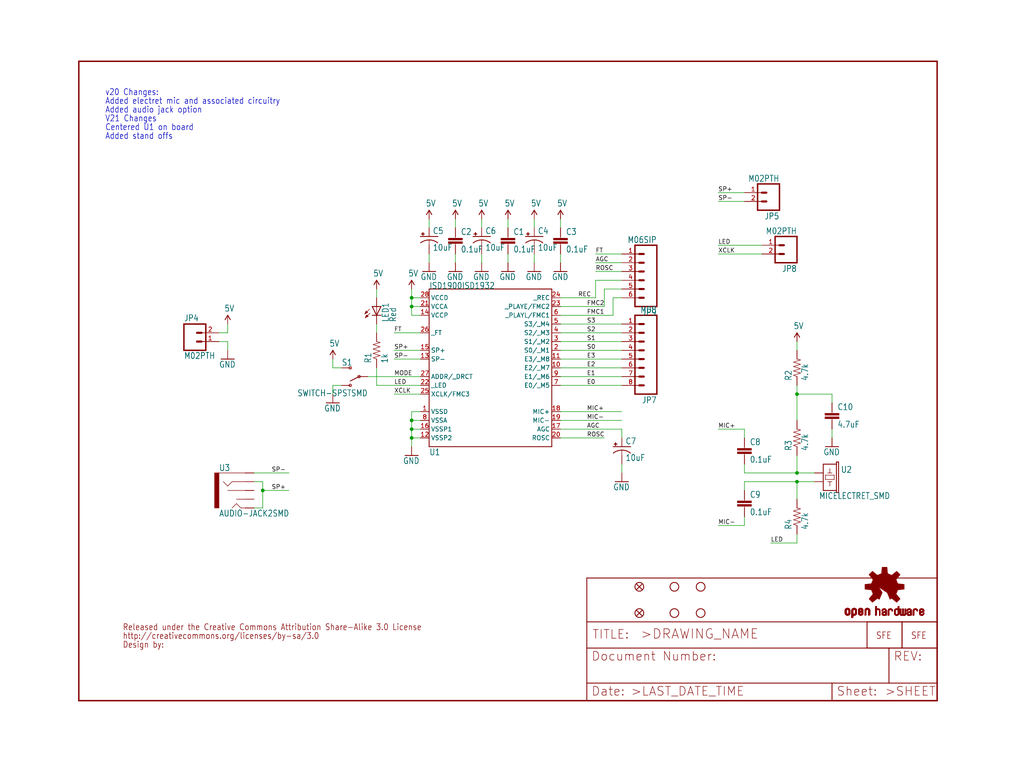
<source format=kicad_sch>
(kicad_sch (version 20211123) (generator eeschema)
  (paper "User" 297.002 223.926)
  (lib_symbols
    (symbol "eagleSchem-eagle-import:5V" (power)
      (property "Value" "5V" (at -1.016 3.556 0))
      (symbol "5V_1_0"
        (pin power_in line (at 0 0 90) (length 2.54) (name "5V") (number "1"))
      )
    )
    (symbol "eagleSchem-eagle-import:AUDIO-JACK2SMD"
      (property "Value" "AUDIO-JACK2SMD" (at -5.08 -7.62 0))
      (symbol "AUDIO-JACK2SMD_1_0"
        (pin bidirectional line (at 5.08 2.54 180) (length 2.54) (name "RING") (number "RING"))
        (pin bidirectional line (at 5.08 0 180) (length 2.54) (name "RSH") (number "RSH"))
        (pin bidirectional line (at 5.08 5.08 180) (length 2.54) (name "SLEEVE") (number "SLEEVE"))
        (pin bidirectional line (at 5.08 -5.08 180) (length 2.54) (name "TIP") (number "TIP"))
        (pin bidirectional line (at 5.08 -2.54 180) (length 2.54) (name "TSH") (number "TSH"))
      )
    )
    (symbol "eagleSchem-eagle-import:CAP0603-CAP"
      (property "Reference" "C" (at 1.524 2.921 0))
      (property "Value" "CAP0603-CAP" (at 1.524 -2.159 0))
      (symbol "CAP0603-CAP_1_0"
        (pin passive line (at 0 5.08 270) (length 2.54) (name "1") (number "1"))
        (pin passive line (at 0 -2.54 90) (length 2.54) (name "2") (number "2"))
      )
    )
    (symbol "eagleSchem-eagle-import:CAP_POL1206"
      (property "Reference" "C" (at 1.016 0.635 0))
      (property "Value" "CAP_POL1206" (at 1.016 -4.191 0))
      (symbol "CAP_POL1206_1_0"
        (pin passive line (at 0 2.54 270) (length 2.54) (name "+") (number "A"))
        (pin passive line (at 0 -5.08 90) (length 2.54) (name "-") (number "C"))
      )
    )
    (symbol "eagleSchem-eagle-import:CREATIVE_COMMONS"
      (symbol "CREATIVE_COMMONS_1_0"
        (text "Design by:" (at 0 0 0) (effects (font (size 1.778 1.5113)) (justify left bottom)))
        (text "http://creativecommons.org/licenses/by-sa/3.0" (at 0 2.54 0) (effects (font (size 1.778 1.5113)) (justify left bottom)))
        (text "Released under the Creative Commons Attribution Share-Alike 3.0 License" (at 0 5.08 0) (effects (font (size 1.778 1.5113)) (justify left bottom)))
      )
    )
    (symbol "eagleSchem-eagle-import:FIDUCIAL1X2")
    (symbol "eagleSchem-eagle-import:FRAME-LETTER"
      (symbol "FRAME-LETTER_2_0"
        (text ">DRAWING_NAME" (at 15.494 17.78 0) (effects (font (size 2.7432 2.7432)) (justify left bottom)))
        (text ">LAST_DATE_TIME" (at 12.7 1.27 0) (effects (font (size 2.54 2.54)) (justify left bottom)))
        (text ">SHEET" (at 86.36 1.27 0) (effects (font (size 2.54 2.54)) (justify left bottom)))
        (text "Date:" (at 1.27 1.27 0) (effects (font (size 2.54 2.54)) (justify left bottom)))
        (text "Document Number:" (at 1.27 11.43 0) (effects (font (size 2.54 2.54)) (justify left bottom)))
        (text "REV:" (at 88.9 11.43 0) (effects (font (size 2.54 2.54)) (justify left bottom)))
        (text "Sheet:" (at 72.39 1.27 0) (effects (font (size 2.54 2.54)) (justify left bottom)))
        (text "TITLE:" (at 1.524 17.78 0) (effects (font (size 2.54 2.54)) (justify left bottom)))
      )
    )
    (symbol "eagleSchem-eagle-import:GND" (power)
      (property "Value" "GND" (at -2.54 -2.54 0))
      (symbol "GND_1_0"
        (pin power_in line (at 0 2.54 270) (length 2.54) (name "GND") (number "1"))
      )
    )
    (symbol "eagleSchem-eagle-import:ISD1900ISD1932"
      (property "Reference" "U" (at -17.78 -25.4 0))
      (property "Value" "ISD1900ISD1932" (at -17.78 22.86 0))
      (symbol "ISD1900ISD1932_1_0"
        (pin bidirectional line (at -20.32 -12.7 0) (length 2.54) (name "VSSD") (number "1"))
        (pin bidirectional line (at 20.32 0 180) (length 2.54) (name "E2/_M7") (number "10"))
        (pin bidirectional line (at 20.32 2.54 180) (length 2.54) (name "E3/_M8") (number "11"))
        (pin bidirectional line (at -20.32 -20.32 0) (length 2.54) (name "VSSP2") (number "12"))
        (pin bidirectional line (at -20.32 2.54 0) (length 2.54) (name "SP-") (number "13"))
        (pin bidirectional line (at -20.32 15.24 0) (length 2.54) (name "VCCP") (number "14"))
        (pin bidirectional line (at -20.32 5.08 0) (length 2.54) (name "SP+") (number "15"))
        (pin bidirectional line (at -20.32 -17.78 0) (length 2.54) (name "VSSP1") (number "16"))
        (pin bidirectional line (at 20.32 -17.78 180) (length 2.54) (name "AGC") (number "17"))
        (pin bidirectional line (at 20.32 -12.7 180) (length 2.54) (name "MIC+") (number "18"))
        (pin bidirectional line (at 20.32 -15.24 180) (length 2.54) (name "MIC-") (number "19"))
        (pin bidirectional line (at 20.32 5.08 180) (length 2.54) (name "S0/_M1") (number "2"))
        (pin bidirectional line (at 20.32 -20.32 180) (length 2.54) (name "ROSC") (number "20"))
        (pin bidirectional line (at -20.32 17.78 0) (length 2.54) (name "VCCA") (number "21"))
        (pin bidirectional line (at -20.32 -5.08 0) (length 2.54) (name "_LED") (number "22"))
        (pin bidirectional line (at 20.32 17.78 180) (length 2.54) (name "_PLAYE/FMC2") (number "23"))
        (pin bidirectional line (at 20.32 20.32 180) (length 2.54) (name "_REC") (number "24"))
        (pin bidirectional line (at -20.32 -7.62 0) (length 2.54) (name "XCLK/FMC3") (number "25"))
        (pin bidirectional line (at -20.32 10.16 0) (length 2.54) (name "_FT") (number "26"))
        (pin bidirectional line (at -20.32 -2.54 0) (length 2.54) (name "ADDR/_DRCT") (number "27"))
        (pin bidirectional line (at -20.32 20.32 0) (length 2.54) (name "VCCD") (number "28"))
        (pin bidirectional line (at 20.32 7.62 180) (length 2.54) (name "S1/_M2") (number "3"))
        (pin bidirectional line (at 20.32 10.16 180) (length 2.54) (name "S2/_M3") (number "4"))
        (pin bidirectional line (at 20.32 12.7 180) (length 2.54) (name "S3/_M4") (number "5"))
        (pin bidirectional line (at 20.32 15.24 180) (length 2.54) (name "_PLAYL/FMC1") (number "6"))
        (pin bidirectional line (at 20.32 -5.08 180) (length 2.54) (name "E0/_M5") (number "7"))
        (pin bidirectional line (at -20.32 -15.24 0) (length 2.54) (name "VSSA") (number "8"))
        (pin bidirectional line (at 20.32 -2.54 180) (length 2.54) (name "E1/_M6") (number "9"))
      )
    )
    (symbol "eagleSchem-eagle-import:LED0603"
      (property "Reference" "LED" (at 3.556 -4.572 90))
      (property "Value" "LED0603" (at 5.715 -4.572 90))
      (symbol "LED0603_1_0"
        (pin passive line (at 0 2.54 270) (length 2.54) (name "A") (number "A"))
        (pin passive line (at 0 -5.08 90) (length 2.54) (name "C") (number "C"))
      )
    )
    (symbol "eagleSchem-eagle-import:LOGO-SFENEW"
      (symbol "LOGO-SFENEW_1_0"
        (text "SFE" (at 0 0 0) (effects (font (size 1.9304 1.6408)) (justify left bottom)))
      )
    )
    (symbol "eagleSchem-eagle-import:LOGO-SFENW2"
      (symbol "LOGO-SFENW2_1_0"
        (text "SFE" (at 0 0 0) (effects (font (size 1.9304 1.6408)) (justify left bottom)))
      )
    )
    (symbol "eagleSchem-eagle-import:M02PTH"
      (property "Reference" "JP" (at -2.54 5.842 0))
      (property "Value" "M02PTH" (at -2.54 -5.08 0))
      (symbol "M02PTH_1_0"
        (pin passive line (at 7.62 0 180) (length 5.08) (name "1") (number "1"))
        (pin passive line (at 7.62 2.54 180) (length 5.08) (name "2") (number "2"))
      )
    )
    (symbol "eagleSchem-eagle-import:M06SIP"
      (property "Reference" "JP" (at -5.08 10.922 0))
      (property "Value" "M06SIP" (at -5.08 -10.16 0))
      (symbol "M06SIP_1_0"
        (pin passive line (at 5.08 -5.08 180) (length 5.08) (name "1") (number "1"))
        (pin passive line (at 5.08 -2.54 180) (length 5.08) (name "2") (number "2"))
        (pin passive line (at 5.08 0 180) (length 5.08) (name "3") (number "3"))
        (pin passive line (at 5.08 2.54 180) (length 5.08) (name "4") (number "4"))
        (pin passive line (at 5.08 5.08 180) (length 5.08) (name "5") (number "5"))
        (pin passive line (at 5.08 7.62 180) (length 5.08) (name "6") (number "6"))
      )
    )
    (symbol "eagleSchem-eagle-import:M08"
      (property "Reference" "JP" (at -5.08 13.462 0))
      (property "Value" "M08" (at -5.08 -12.7 0))
      (symbol "M08_1_0"
        (pin passive line (at 5.08 -7.62 180) (length 5.08) (name "1") (number "1"))
        (pin passive line (at 5.08 -5.08 180) (length 5.08) (name "2") (number "2"))
        (pin passive line (at 5.08 -2.54 180) (length 5.08) (name "3") (number "3"))
        (pin passive line (at 5.08 0 180) (length 5.08) (name "4") (number "4"))
        (pin passive line (at 5.08 2.54 180) (length 5.08) (name "5") (number "5"))
        (pin passive line (at 5.08 5.08 180) (length 5.08) (name "6") (number "6"))
        (pin passive line (at 5.08 7.62 180) (length 5.08) (name "7") (number "7"))
        (pin passive line (at 5.08 10.16 180) (length 5.08) (name "8") (number "8"))
      )
    )
    (symbol "eagleSchem-eagle-import:MICELECTRET_SMD"
      (property "Value" "MICELECTRET_SMD" (at 6.35 0 0))
      (symbol "MICELECTRET_SMD_1_0"
        (pin passive line (at 0 -2.54 90) (length 2.54) (name "1") (number "1"))
        (pin passive line (at 2.54 -2.54 90) (length 2.54) (name "2") (number "2"))
      )
    )
    (symbol "eagleSchem-eagle-import:OSHW-LOGOL")
    (symbol "eagleSchem-eagle-import:RESISTOR0603-RES"
      (property "Reference" "R" (at -3.81 1.4986 0))
      (property "Value" "RESISTOR0603-RES" (at -3.81 -3.302 0))
      (symbol "RESISTOR0603-RES_1_0"
        (pin passive line (at -5.08 0 0) (length 2.54) (name "1") (number "1"))
        (pin passive line (at 5.08 0 180) (length 2.54) (name "2") (number "2"))
      )
    )
    (symbol "eagleSchem-eagle-import:STAND-OFF")
    (symbol "eagleSchem-eagle-import:SWITCH-SPSTSMD"
      (property "Reference" "S" (at -1.905 -6.35 0))
      (property "Value" "SWITCH-SPSTSMD" (at -2.54 3.81 0))
      (symbol "SWITCH-SPSTSMD_1_0"
        (pin passive line (at 5.08 2.54 180) (length 2.54) (name "O") (number "1"))
        (pin passive line (at -2.54 0 0) (length 2.54) (name "P") (number "2"))
        (pin passive line (at 5.08 -2.54 180) (length 2.54) (name "S") (number "3"))
      )
    )
  )
  (junction (at 231.14 114.3))
  (junction (at 119.38 127))
  (junction (at 231.14 137.16))
  (junction (at 119.38 86.36))
  (junction (at 119.38 124.46))
  (junction (at 231.14 139.7))
  (junction (at 76.2 142.24))
  (junction (at 119.38 88.9))
  (junction (at 119.38 121.92))
  (wire (pts (xy 180.34 73.66) (xy 172.72 73.66)))
  (wire (pts (xy 119.38 127) (xy 119.38 129.54)))
  (wire (pts (xy 121.92 127) (xy 119.38 127)))
  (wire (pts (xy 109.22 83.82) (xy 109.22 86.36)))
  (wire (pts (xy 119.38 88.9) (xy 119.38 86.36)))
  (wire (pts (xy 119.38 119.38) (xy 119.38 121.92)))
  (wire (pts (xy 215.9 127) (xy 215.9 124.46)))
  (wire (pts (xy 109.22 93.98) (xy 109.22 96.52)))
  (wire (pts (xy 139.7 63.5) (xy 139.7 66.04)))
  (wire (pts (xy 180.34 101.6) (xy 162.56 101.6)))
  (wire (pts (xy 76.2 142.24) (xy 83.82 142.24)))
  (wire (pts (xy 215.9 137.16) (xy 215.9 134.62)))
  (wire (pts (xy 99.06 106.68) (xy 96.52 106.68)))
  (wire (pts (xy 162.56 121.92) (xy 180.34 121.92)))
  (wire (pts (xy 215.9 152.4) (xy 208.28 152.4)))
  (wire (pts (xy 121.92 121.92) (xy 119.38 121.92)))
  (wire (pts (xy 63.5 96.52) (xy 66.04 96.52)))
  (wire (pts (xy 121.92 124.46) (xy 119.38 124.46)))
  (wire (pts (xy 121.92 91.44) (xy 119.38 91.44)))
  (wire (pts (xy 154.94 63.5) (xy 154.94 66.04)))
  (wire (pts (xy 121.92 109.22) (xy 106.68 109.22)))
  (wire (pts (xy 154.94 73.66) (xy 154.94 76.2)))
  (wire (pts (xy 215.9 55.88) (xy 208.28 55.88)))
  (wire (pts (xy 231.14 101.6) (xy 231.14 99.06)))
  (wire (pts (xy 215.9 149.86) (xy 215.9 152.4)))
  (wire (pts (xy 231.14 137.16) (xy 215.9 137.16)))
  (wire (pts (xy 180.34 99.06) (xy 162.56 99.06)))
  (wire (pts (xy 241.3 114.3) (xy 231.14 114.3)))
  (wire (pts (xy 119.38 91.44) (xy 119.38 88.9)))
  (wire (pts (xy 76.2 139.7) (xy 76.2 142.24)))
  (wire (pts (xy 132.08 63.5) (xy 132.08 66.04)))
  (wire (pts (xy 180.34 76.2) (xy 172.72 76.2)))
  (wire (pts (xy 177.8 91.44) (xy 177.8 86.36)))
  (wire (pts (xy 76.2 147.32) (xy 73.66 147.32)))
  (wire (pts (xy 96.52 111.76) (xy 96.52 114.3)))
  (wire (pts (xy 231.14 154.94) (xy 231.14 157.48)))
  (wire (pts (xy 162.56 73.66) (xy 162.56 76.2)))
  (wire (pts (xy 63.5 99.06) (xy 66.04 99.06)))
  (wire (pts (xy 215.9 139.7) (xy 215.9 142.24)))
  (wire (pts (xy 231.14 139.7) (xy 231.14 144.78)))
  (wire (pts (xy 162.56 119.38) (xy 180.34 119.38)))
  (wire (pts (xy 121.92 111.76) (xy 109.22 111.76)))
  (wire (pts (xy 215.9 124.46) (xy 208.28 124.46)))
  (wire (pts (xy 124.46 63.5) (xy 124.46 66.04)))
  (wire (pts (xy 220.98 71.12) (xy 208.28 71.12)))
  (wire (pts (xy 121.92 101.6) (xy 114.3 101.6)))
  (wire (pts (xy 231.14 121.92) (xy 231.14 114.3)))
  (wire (pts (xy 121.92 88.9) (xy 119.38 88.9)))
  (wire (pts (xy 99.06 111.76) (xy 96.52 111.76)))
  (wire (pts (xy 215.9 58.42) (xy 208.28 58.42)))
  (wire (pts (xy 162.56 127) (xy 175.26 127)))
  (wire (pts (xy 220.98 73.66) (xy 208.28 73.66)))
  (wire (pts (xy 147.32 73.66) (xy 147.32 76.2)))
  (wire (pts (xy 121.92 104.14) (xy 114.3 104.14)))
  (wire (pts (xy 162.56 91.44) (xy 177.8 91.44)))
  (wire (pts (xy 121.92 96.52) (xy 114.3 96.52)))
  (wire (pts (xy 162.56 124.46) (xy 180.34 124.46)))
  (wire (pts (xy 180.34 111.76) (xy 162.56 111.76)))
  (wire (pts (xy 175.26 83.82) (xy 180.34 83.82)))
  (wire (pts (xy 177.8 86.36) (xy 180.34 86.36)))
  (wire (pts (xy 180.34 109.22) (xy 162.56 109.22)))
  (wire (pts (xy 66.04 99.06) (xy 66.04 101.6)))
  (wire (pts (xy 180.34 104.14) (xy 162.56 104.14)))
  (wire (pts (xy 231.14 157.48) (xy 223.52 157.48)))
  (wire (pts (xy 172.72 86.36) (xy 172.72 81.28)))
  (wire (pts (xy 236.22 137.16) (xy 231.14 137.16)))
  (wire (pts (xy 241.3 124.46) (xy 241.3 127)))
  (wire (pts (xy 76.2 142.24) (xy 76.2 147.32)))
  (wire (pts (xy 121.92 114.3) (xy 114.3 114.3)))
  (wire (pts (xy 139.7 73.66) (xy 139.7 76.2)))
  (wire (pts (xy 73.66 139.7) (xy 76.2 139.7)))
  (wire (pts (xy 162.56 86.36) (xy 172.72 86.36)))
  (wire (pts (xy 180.34 78.74) (xy 172.72 78.74)))
  (wire (pts (xy 180.34 134.62) (xy 180.34 137.16)))
  (wire (pts (xy 180.34 106.68) (xy 162.56 106.68)))
  (wire (pts (xy 175.26 88.9) (xy 175.26 83.82)))
  (wire (pts (xy 236.22 139.7) (xy 231.14 139.7)))
  (wire (pts (xy 119.38 121.92) (xy 119.38 124.46)))
  (wire (pts (xy 231.14 139.7) (xy 215.9 139.7)))
  (wire (pts (xy 109.22 111.76) (xy 109.22 106.68)))
  (wire (pts (xy 124.46 73.66) (xy 124.46 76.2)))
  (wire (pts (xy 231.14 137.16) (xy 231.14 132.08)))
  (wire (pts (xy 180.34 93.98) (xy 162.56 93.98)))
  (wire (pts (xy 162.56 88.9) (xy 175.26 88.9)))
  (wire (pts (xy 147.32 63.5) (xy 147.32 66.04)))
  (wire (pts (xy 119.38 86.36) (xy 119.38 83.82)))
  (wire (pts (xy 180.34 96.52) (xy 162.56 96.52)))
  (wire (pts (xy 180.34 124.46) (xy 180.34 127)))
  (wire (pts (xy 132.08 73.66) (xy 132.08 76.2)))
  (wire (pts (xy 162.56 63.5) (xy 162.56 66.04)))
  (wire (pts (xy 121.92 119.38) (xy 119.38 119.38)))
  (wire (pts (xy 172.72 81.28) (xy 180.34 81.28)))
  (wire (pts (xy 121.92 86.36) (xy 119.38 86.36)))
  (wire (pts (xy 96.52 106.68) (xy 96.52 104.14)))
  (wire (pts (xy 241.3 116.84) (xy 241.3 114.3)))
  (wire (pts (xy 119.38 124.46) (xy 119.38 127)))
  (wire (pts (xy 66.04 96.52) (xy 66.04 93.98)))
  (wire (pts (xy 231.14 114.3) (xy 231.14 111.76)))
  (wire (pts (xy 73.66 137.16) (xy 83.82 137.16)))
  (text "Added stand offs" (at 30.48 40.64 180) (effects (font (size 1.778 1.5113)) (justify left bottom)))
  (text "V21 Changes" (at 30.48 35.56 180) (effects (font (size 1.778 1.5113)) (justify left bottom)))
  (text "Added electret mic and associated circuitry" (at 30.48 30.48 180) (effects (font (size 1.778 1.5113)) (justify left bottom)))
  (text "Centered U1 on board" (at 30.48 38.1 180) (effects (font (size 1.778 1.5113)) (justify left bottom)))
  (text "v20 Changes:" (at 30.48 27.94 180) (effects (font (size 1.778 1.5113)) (justify left bottom)))
  (text "Added audio jack option" (at 30.48 33.02 180) (effects (font (size 1.778 1.5113)) (justify left bottom)))
  (label "E2" (at 170.18 106.68 0) (effects (font (size 1.2446 1.2446))))
  (label "FT" (at 114.3 96.52 0) (effects (font (size 1.2446 1.2446))))
  (label "LED" (at 223.52 157.48 0) (effects (font (size 1.2446 1.2446))))
  (label "FMC1" (at 170.18 91.44 0) (effects (font (size 1.2446 1.2446))))
  (label "SP-" (at 208.28 58.42 0) (effects (font (size 1.2446 1.2446))))
  (label "S2" (at 170.18 96.52 0) (effects (font (size 1.2446 1.2446))))
  (label "MIC+" (at 170.18 119.38 0) (effects (font (size 1.2446 1.2446))))
  (label "SP+" (at 114.3 101.6 0) (effects (font (size 1.2446 1.2446))))
  (label "LED" (at 114.3 111.76 0) (effects (font (size 1.2446 1.2446))))
  (label "REC" (at 167.64 86.36 0) (effects (font (size 1.2446 1.2446))))
  (label "FMC2" (at 170.18 88.9 0) (effects (font (size 1.2446 1.2446))))
  (label "SP+" (at 78.74 142.24 0) (effects (font (size 1.2446 1.2446))))
  (label "E0" (at 170.18 111.76 0) (effects (font (size 1.2446 1.2446))))
  (label "S1" (at 170.18 99.06 0) (effects (font (size 1.2446 1.2446))))
  (label "MODE" (at 114.3 109.22 0) (effects (font (size 1.2446 1.2446))))
  (label "S0" (at 170.18 101.6 0) (effects (font (size 1.2446 1.2446))))
  (label "XCLK" (at 114.3 114.3 0) (effects (font (size 1.2446 1.2446))))
  (label "SP+" (at 208.28 55.88 0) (effects (font (size 1.2446 1.2446))))
  (label "FT" (at 172.72 73.66 0) (effects (font (size 1.2446 1.2446))))
  (label "MIC+" (at 208.28 124.46 0) (effects (font (size 1.2446 1.2446))))
  (label "SP-" (at 78.74 137.16 0) (effects (font (size 1.2446 1.2446))))
  (label "SP-" (at 114.3 104.14 0) (effects (font (size 1.2446 1.2446))))
  (label "ROSC" (at 172.72 78.74 0) (effects (font (size 1.2446 1.2446))))
  (label "AGC" (at 172.72 76.2 0) (effects (font (size 1.2446 1.2446))))
  (label "LED" (at 208.28 71.12 0) (effects (font (size 1.2446 1.2446))))
  (label "AGC" (at 170.18 124.46 0) (effects (font (size 1.2446 1.2446))))
  (label "E3" (at 170.18 104.14 0) (effects (font (size 1.2446 1.2446))))
  (label "MIC-" (at 208.28 152.4 0) (effects (font (size 1.2446 1.2446))))
  (label "XCLK" (at 208.28 73.66 0) (effects (font (size 1.2446 1.2446))))
  (label "S3" (at 170.18 93.98 0) (effects (font (size 1.2446 1.2446))))
  (label "MIC-" (at 170.18 121.92 0) (effects (font (size 1.2446 1.2446))))
  (label "ROSC" (at 170.18 127 0) (effects (font (size 1.2446 1.2446))))
  (label "E1" (at 170.18 109.22 0) (effects (font (size 1.2446 1.2446))))
  (symbol (lib_id "eagleSchem-eagle-import:5V") (at 132.08 63.5 0) (unit 1)
    (property "Reference" "#U$3" (effects hide))
    (property "Value" "5V" (at 131.064 59.944 0) (effects (font (size 1.778 1.5113)) (justify left bottom)))
    (property "Footprint" "eagleSchem:" (effects hide))
  )
  (symbol (lib_id "eagleSchem-eagle-import:CAP_POL1206") (at 180.34 129.54 0) (unit 1)
    (property "Reference" "C7" (at 181.356 128.905 0) (effects (font (size 1.778 1.5113)) (justify left bottom)))
    (property "Value" "10uF" (at 181.356 133.731 0) (effects (font (size 1.778 1.5113)) (justify left bottom)))
    (property "Footprint" "eagleSchem:EIA3216" (effects hide))
  )
  (symbol (lib_id "eagleSchem-eagle-import:CAP0603-CAP") (at 241.3 121.92 0) (unit 1)
    (property "Reference" "C10" (at 242.824 118.999 0) (effects (font (size 1.778 1.5113)) (justify left bottom)))
    (property "Value" "4.7uF" (at 242.824 124.079 0) (effects (font (size 1.778 1.5113)) (justify left bottom)))
    (property "Footprint" "eagleSchem:0603-CAP" (effects hide))
  )
  (symbol (lib_id "eagleSchem-eagle-import:CAP0603-CAP") (at 132.08 71.12 0) (unit 1)
    (property "Reference" "C2" (at 133.604 68.199 0) (effects (font (size 1.778 1.5113)) (justify left bottom)))
    (property "Value" "0.1uF" (at 133.604 73.279 0) (effects (font (size 1.778 1.5113)) (justify left bottom)))
    (property "Footprint" "eagleSchem:0603-CAP" (effects hide))
  )
  (symbol (lib_id "eagleSchem-eagle-import:GND") (at 241.3 129.54 0) (unit 1)
    (property "Reference" "#GND11" (effects hide))
    (property "Value" "GND" (at 238.76 132.08 0) (effects (font (size 1.778 1.5113)) (justify left bottom)))
    (property "Footprint" "eagleSchem:" (effects hide))
  )
  (symbol (lib_id "eagleSchem-eagle-import:5V") (at 231.14 99.06 0) (unit 1)
    (property "Reference" "#U$12" (effects hide))
    (property "Value" "5V" (at 230.124 95.504 0) (effects (font (size 1.778 1.5113)) (justify left bottom)))
    (property "Footprint" "eagleSchem:" (effects hide))
  )
  (symbol (lib_id "eagleSchem-eagle-import:CREATIVE_COMMONS") (at 35.56 187.96 0) (unit 1)
    (property "Reference" "U$10" (effects hide))
    (property "Value" "CREATIVE_COMMONS" (effects hide))
    (property "Footprint" "eagleSchem:CREATIVE_COMMONS" (effects hide))
  )
  (symbol (lib_id "eagleSchem-eagle-import:5V") (at 109.22 83.82 0) (unit 1)
    (property "Reference" "#U$8" (effects hide))
    (property "Value" "5V" (at 108.204 80.264 0) (effects (font (size 1.778 1.5113)) (justify left bottom)))
    (property "Footprint" "eagleSchem:" (effects hide))
  )
  (symbol (lib_id "eagleSchem-eagle-import:LOGO-SFENEW") (at 264.16 185.42 0) (unit 1)
    (property "Reference" "JP1" (effects hide))
    (property "Value" "LOGO-SFENEW" (effects hide))
    (property "Footprint" "eagleSchem:SFE-NEW-WEBLOGO" (effects hide))
  )
  (symbol (lib_id "eagleSchem-eagle-import:GND") (at 154.94 78.74 0) (unit 1)
    (property "Reference" "#GND8" (effects hide))
    (property "Value" "GND" (at 152.4 81.28 0) (effects (font (size 1.778 1.5113)) (justify left bottom)))
    (property "Footprint" "eagleSchem:" (effects hide))
  )
  (symbol (lib_id "eagleSchem-eagle-import:M02PTH") (at 228.6 71.12 180) (unit 1)
    (property "Reference" "JP8" (at 231.14 76.962 0) (effects (font (size 1.778 1.5113)) (justify left bottom)))
    (property "Value" "M02PTH" (at 231.14 66.04 0) (effects (font (size 1.778 1.5113)) (justify left bottom)))
    (property "Footprint" "eagleSchem:1X02" (effects hide))
  )
  (symbol (lib_id "eagleSchem-eagle-import:CAP0603-CAP") (at 147.32 71.12 0) (unit 1)
    (property "Reference" "C1" (at 148.844 68.199 0) (effects (font (size 1.778 1.5113)) (justify left bottom)))
    (property "Value" "0.1uF" (at 148.844 73.279 0) (effects (font (size 1.778 1.5113)) (justify left bottom)))
    (property "Footprint" "eagleSchem:0603-CAP" (effects hide))
  )
  (symbol (lib_id "eagleSchem-eagle-import:ISD1900ISD1932") (at 142.24 106.68 0) (unit 1)
    (property "Reference" "U1" (at 124.46 132.08 0) (effects (font (size 1.778 1.5113)) (justify left bottom)))
    (property "Value" "ISD1900ISD1932" (at 124.46 83.82 0) (effects (font (size 1.778 1.5113)) (justify left bottom)))
    (property "Footprint" "eagleSchem:SO-28W" (effects hide))
  )
  (symbol (lib_id "eagleSchem-eagle-import:GND") (at 132.08 78.74 0) (unit 1)
    (property "Reference" "#GND5" (effects hide))
    (property "Value" "GND" (at 129.54 81.28 0) (effects (font (size 1.778 1.5113)) (justify left bottom)))
    (property "Footprint" "eagleSchem:" (effects hide))
  )
  (symbol (lib_id "eagleSchem-eagle-import:RESISTOR0603-RES") (at 231.14 127 90) (unit 1)
    (property "Reference" "R3" (at 229.6414 130.81 0) (effects (font (size 1.778 1.5113)) (justify left bottom)))
    (property "Value" "4.7k" (at 234.442 130.81 0) (effects (font (size 1.778 1.5113)) (justify left bottom)))
    (property "Footprint" "eagleSchem:0603-RES" (effects hide))
  )
  (symbol (lib_id "eagleSchem-eagle-import:OSHW-LOGOL") (at 256.54 170.18 0) (unit 1)
    (property "Reference" "U$14" (effects hide))
    (property "Value" "OSHW-LOGOL" (effects hide))
    (property "Footprint" "eagleSchem:OSHW-LOGO-L" (effects hide))
  )
  (symbol (lib_id "eagleSchem-eagle-import:GND") (at 162.56 78.74 0) (unit 1)
    (property "Reference" "#GND9" (effects hide))
    (property "Value" "GND" (at 160.02 81.28 0) (effects (font (size 1.778 1.5113)) (justify left bottom)))
    (property "Footprint" "eagleSchem:" (effects hide))
  )
  (symbol (lib_id "eagleSchem-eagle-import:GND") (at 180.34 139.7 0) (unit 1)
    (property "Reference" "#GND3" (effects hide))
    (property "Value" "GND" (at 177.8 142.24 0) (effects (font (size 1.778 1.5113)) (justify left bottom)))
    (property "Footprint" "eagleSchem:" (effects hide))
  )
  (symbol (lib_id "eagleSchem-eagle-import:SWITCH-SPSTSMD") (at 104.14 109.22 180) (unit 1)
    (property "Reference" "S1" (at 102.235 104.14 0) (effects (font (size 1.778 1.5113)) (justify left bottom)))
    (property "Value" "SWITCH-SPSTSMD" (at 106.68 113.03 0) (effects (font (size 1.778 1.5113)) (justify left bottom)))
    (property "Footprint" "eagleSchem:AYZ0202" (effects hide))
  )
  (symbol (lib_id "eagleSchem-eagle-import:RESISTOR0603-RES") (at 231.14 149.86 90) (unit 1)
    (property "Reference" "R4" (at 229.6414 153.67 0) (effects (font (size 1.778 1.5113)) (justify left bottom)))
    (property "Value" "4.7k" (at 234.442 153.67 0) (effects (font (size 1.778 1.5113)) (justify left bottom)))
    (property "Footprint" "eagleSchem:0603-RES" (effects hide))
  )
  (symbol (lib_id "eagleSchem-eagle-import:CAP0603-CAP") (at 215.9 147.32 0) (unit 1)
    (property "Reference" "C9" (at 217.424 144.399 0) (effects (font (size 1.778 1.5113)) (justify left bottom)))
    (property "Value" "0.1uF" (at 217.424 149.479 0) (effects (font (size 1.778 1.5113)) (justify left bottom)))
    (property "Footprint" "eagleSchem:0603-CAP" (effects hide))
  )
  (symbol (lib_id "eagleSchem-eagle-import:GND") (at 96.52 116.84 0) (unit 1)
    (property "Reference" "#GND2" (effects hide))
    (property "Value" "GND" (at 93.98 119.38 0) (effects (font (size 1.778 1.5113)) (justify left bottom)))
    (property "Footprint" "eagleSchem:" (effects hide))
  )
  (symbol (lib_id "eagleSchem-eagle-import:GND") (at 124.46 78.74 0) (unit 1)
    (property "Reference" "#GND4" (effects hide))
    (property "Value" "GND" (at 121.92 81.28 0) (effects (font (size 1.778 1.5113)) (justify left bottom)))
    (property "Footprint" "eagleSchem:" (effects hide))
  )
  (symbol (lib_id "eagleSchem-eagle-import:5V") (at 147.32 63.5 0) (unit 1)
    (property "Reference" "#U$5" (effects hide))
    (property "Value" "5V" (at 146.304 59.944 0) (effects (font (size 1.778 1.5113)) (justify left bottom)))
    (property "Footprint" "eagleSchem:" (effects hide))
  )
  (symbol (lib_id "eagleSchem-eagle-import:GND") (at 147.32 78.74 0) (unit 1)
    (property "Reference" "#GND7" (effects hide))
    (property "Value" "GND" (at 144.78 81.28 0) (effects (font (size 1.778 1.5113)) (justify left bottom)))
    (property "Footprint" "eagleSchem:" (effects hide))
  )
  (symbol (lib_id "eagleSchem-eagle-import:FIDUCIAL1X2") (at 185.42 170.18 0) (unit 1)
    (property "Reference" "JP2" (effects hide))
    (property "Value" "FIDUCIAL1X2" (effects hide))
    (property "Footprint" "eagleSchem:FIDUCIAL-1X2" (effects hide))
  )
  (symbol (lib_id "eagleSchem-eagle-import:AUDIO-JACK2SMD") (at 68.58 142.24 0) (unit 1)
    (property "Reference" "U3" (at 63.5 136.652 0) (effects (font (size 1.778 1.5113)) (justify left bottom)))
    (property "Value" "AUDIO-JACK2SMD" (at 63.5 149.86 0) (effects (font (size 1.778 1.5113)) (justify left bottom)))
    (property "Footprint" "eagleSchem:AUDIO-JACK-3.5MM-SMD" (effects hide))
  )
  (symbol (lib_id "eagleSchem-eagle-import:5V") (at 139.7 63.5 0) (unit 1)
    (property "Reference" "#U$4" (effects hide))
    (property "Value" "5V" (at 138.684 59.944 0) (effects (font (size 1.778 1.5113)) (justify left bottom)))
    (property "Footprint" "eagleSchem:" (effects hide))
  )
  (symbol (lib_id "eagleSchem-eagle-import:STAND-OFF") (at 195.58 170.18 0) (unit 1)
    (property "Reference" "JP6" (effects hide))
    (property "Value" "STAND-OFF" (effects hide))
    (property "Footprint" "eagleSchem:STAND-OFF" (effects hide))
  )
  (symbol (lib_id "eagleSchem-eagle-import:CAP_POL1206") (at 154.94 68.58 0) (unit 1)
    (property "Reference" "C4" (at 155.956 67.945 0) (effects (font (size 1.778 1.5113)) (justify left bottom)))
    (property "Value" "10uF" (at 155.956 72.771 0) (effects (font (size 1.778 1.5113)) (justify left bottom)))
    (property "Footprint" "eagleSchem:EIA3216" (effects hide))
  )
  (symbol (lib_id "eagleSchem-eagle-import:FRAME-LETTER") (at 22.86 203.2 0) (unit 1)
    (property "Reference" "#FRAME1" (effects hide))
    (property "Value" "FRAME-LETTER" (effects hide))
    (property "Footprint" "eagleSchem:" (effects hide))
  )
  (symbol (lib_id "eagleSchem-eagle-import:M02PTH") (at 55.88 99.06 0) (unit 1)
    (property "Reference" "JP4" (at 53.34 93.218 0) (effects (font (size 1.778 1.5113)) (justify left bottom)))
    (property "Value" "M02PTH" (at 53.34 104.14 0) (effects (font (size 1.778 1.5113)) (justify left bottom)))
    (property "Footprint" "eagleSchem:1X02" (effects hide))
  )
  (symbol (lib_id "eagleSchem-eagle-import:5V") (at 119.38 83.82 0) (unit 1)
    (property "Reference" "#U$9" (effects hide))
    (property "Value" "5V" (at 118.364 80.264 0) (effects (font (size 1.778 1.5113)) (justify left bottom)))
    (property "Footprint" "eagleSchem:" (effects hide))
  )
  (symbol (lib_id "eagleSchem-eagle-import:5V") (at 162.56 63.5 0) (unit 1)
    (property "Reference" "#U$7" (effects hide))
    (property "Value" "5V" (at 161.544 59.944 0) (effects (font (size 1.778 1.5113)) (justify left bottom)))
    (property "Footprint" "eagleSchem:" (effects hide))
  )
  (symbol (lib_id "eagleSchem-eagle-import:CAP0603-CAP") (at 162.56 71.12 0) (unit 1)
    (property "Reference" "C3" (at 164.084 68.199 0) (effects (font (size 1.778 1.5113)) (justify left bottom)))
    (property "Value" "0.1uF" (at 164.084 73.279 0) (effects (font (size 1.778 1.5113)) (justify left bottom)))
    (property "Footprint" "eagleSchem:0603-CAP" (effects hide))
  )
  (symbol (lib_id "eagleSchem-eagle-import:STAND-OFF") (at 203.2 177.8 0) (unit 1)
    (property "Reference" "JP11" (effects hide))
    (property "Value" "STAND-OFF" (effects hide))
    (property "Footprint" "eagleSchem:STAND-OFF" (effects hide))
  )
  (symbol (lib_id "eagleSchem-eagle-import:M08") (at 185.42 101.6 180) (unit 1)
    (property "Reference" "JP7" (at 190.5 115.062 0) (effects (font (size 1.778 1.5113)) (justify left bottom)))
    (property "Value" "M08" (at 190.5 88.9 0) (effects (font (size 1.778 1.5113)) (justify left bottom)))
    (property "Footprint" "eagleSchem:1X08" (effects hide))
  )
  (symbol (lib_id "eagleSchem-eagle-import:CAP0603-CAP") (at 215.9 132.08 0) (unit 1)
    (property "Reference" "C8" (at 217.424 129.159 0) (effects (font (size 1.778 1.5113)) (justify left bottom)))
    (property "Value" "0.1uF" (at 217.424 134.239 0) (effects (font (size 1.778 1.5113)) (justify left bottom)))
    (property "Footprint" "eagleSchem:0603-CAP" (effects hide))
  )
  (symbol (lib_id "eagleSchem-eagle-import:GND") (at 66.04 104.14 0) (unit 1)
    (property "Reference" "#GND10" (effects hide))
    (property "Value" "GND" (at 63.5 106.68 0) (effects (font (size 1.778 1.5113)) (justify left bottom)))
    (property "Footprint" "eagleSchem:" (effects hide))
  )
  (symbol (lib_id "eagleSchem-eagle-import:5V") (at 124.46 63.5 0) (unit 1)
    (property "Reference" "#U$2" (effects hide))
    (property "Value" "5V" (at 123.444 59.944 0) (effects (font (size 1.778 1.5113)) (justify left bottom)))
    (property "Footprint" "eagleSchem:" (effects hide))
  )
  (symbol (lib_id "eagleSchem-eagle-import:CAP_POL1206") (at 139.7 68.58 0) (unit 1)
    (property "Reference" "C6" (at 140.716 67.945 0) (effects (font (size 1.778 1.5113)) (justify left bottom)))
    (property "Value" "10uF" (at 140.716 72.771 0) (effects (font (size 1.778 1.5113)) (justify left bottom)))
    (property "Footprint" "eagleSchem:EIA3216" (effects hide))
  )
  (symbol (lib_id "eagleSchem-eagle-import:STAND-OFF") (at 195.58 177.8 0) (unit 1)
    (property "Reference" "JP12" (effects hide))
    (property "Value" "STAND-OFF" (effects hide))
    (property "Footprint" "eagleSchem:STAND-OFF" (effects hide))
  )
  (symbol (lib_id "eagleSchem-eagle-import:5V") (at 154.94 63.5 0) (unit 1)
    (property "Reference" "#U$6" (effects hide))
    (property "Value" "5V" (at 153.924 59.944 0) (effects (font (size 1.778 1.5113)) (justify left bottom)))
    (property "Footprint" "eagleSchem:" (effects hide))
  )
  (symbol (lib_id "eagleSchem-eagle-import:FRAME-LETTER") (at 170.18 203.2 0) (unit 2)
    (property "Reference" "#FRAME1" (effects hide))
    (property "Value" "FRAME-LETTER" (effects hide))
    (property "Footprint" "eagleSchem:" (effects hide))
  )
  (symbol (lib_id "eagleSchem-eagle-import:FIDUCIAL1X2") (at 185.42 177.8 0) (unit 1)
    (property "Reference" "JP3" (effects hide))
    (property "Value" "FIDUCIAL1X2" (effects hide))
    (property "Footprint" "eagleSchem:FIDUCIAL-1X2" (effects hide))
  )
  (symbol (lib_id "eagleSchem-eagle-import:RESISTOR0603-RES") (at 231.14 106.68 90) (unit 1)
    (property "Reference" "R2" (at 229.6414 110.49 0) (effects (font (size 1.778 1.5113)) (justify left bottom)))
    (property "Value" "4.7k" (at 234.442 110.49 0) (effects (font (size 1.778 1.5113)) (justify left bottom)))
    (property "Footprint" "eagleSchem:0603-RES" (effects hide))
  )
  (symbol (lib_id "eagleSchem-eagle-import:5V") (at 66.04 93.98 0) (unit 1)
    (property "Reference" "#U$11" (effects hide))
    (property "Value" "5V" (at 65.024 90.424 0) (effects (font (size 1.778 1.5113)) (justify left bottom)))
    (property "Footprint" "eagleSchem:" (effects hide))
  )
  (symbol (lib_id "eagleSchem-eagle-import:RESISTOR0603-RES") (at 109.22 101.6 90) (unit 1)
    (property "Reference" "R1" (at 107.7214 105.41 0) (effects (font (size 1.778 1.5113)) (justify left bottom)))
    (property "Value" "1k" (at 112.522 105.41 0) (effects (font (size 1.778 1.5113)) (justify left bottom)))
    (property "Footprint" "eagleSchem:0603-RES" (effects hide))
  )
  (symbol (lib_id "eagleSchem-eagle-import:GND") (at 139.7 78.74 0) (unit 1)
    (property "Reference" "#GND6" (effects hide))
    (property "Value" "GND" (at 137.16 81.28 0) (effects (font (size 1.778 1.5113)) (justify left bottom)))
    (property "Footprint" "eagleSchem:" (effects hide))
  )
  (symbol (lib_id "eagleSchem-eagle-import:MICELECTRET_SMD") (at 238.76 137.16 270) (unit 1)
    (property "Reference" "U2" (at 243.84 137.16 90) (effects (font (size 1.778 1.5113)) (justify left bottom)))
    (property "Value" "MICELECTRET_SMD" (at 237.49 144.78 90) (effects (font (size 1.778 1.5113)) (justify left bottom)))
    (property "Footprint" "eagleSchem:MIC_ELECTRET_SMD" (effects hide))
  )
  (symbol (lib_id "eagleSchem-eagle-import:M06SIP") (at 185.42 78.74 180) (unit 1)
    (property "Reference" "JP9" (at 190.5 89.662 0) (effects (font (size 1.778 1.5113)) (justify left bottom)))
    (property "Value" "M06SIP" (at 190.5 68.58 0) (effects (font (size 1.778 1.5113)) (justify left bottom)))
    (property "Footprint" "eagleSchem:1X06" (effects hide))
  )
  (symbol (lib_id "eagleSchem-eagle-import:CAP_POL1206") (at 124.46 68.58 0) (unit 1)
    (property "Reference" "C5" (at 125.476 67.945 0) (effects (font (size 1.778 1.5113)) (justify left bottom)))
    (property "Value" "10uF" (at 125.476 72.771 0) (effects (font (size 1.778 1.5113)) (justify left bottom)))
    (property "Footprint" "eagleSchem:EIA3216" (effects hide))
  )
  (symbol (lib_id "eagleSchem-eagle-import:STAND-OFF") (at 203.2 170.18 0) (unit 1)
    (property "Reference" "JP10" (effects hide))
    (property "Value" "STAND-OFF" (effects hide))
    (property "Footprint" "eagleSchem:STAND-OFF" (effects hide))
  )
  (symbol (lib_id "eagleSchem-eagle-import:LOGO-SFENW2") (at 254 185.42 0) (unit 1)
    (property "Reference" "JP13" (effects hide))
    (property "Value" "LOGO-SFENW2" (effects hide))
    (property "Footprint" "eagleSchem:SFE-NEW-WEB" (effects hide))
  )
  (symbol (lib_id "eagleSchem-eagle-import:GND") (at 119.38 132.08 0) (unit 1)
    (property "Reference" "#GND1" (effects hide))
    (property "Value" "GND" (at 116.84 134.62 0) (effects (font (size 1.778 1.5113)) (justify left bottom)))
    (property "Footprint" "eagleSchem:" (effects hide))
  )
  (symbol (lib_id "eagleSchem-eagle-import:M02PTH") (at 223.52 55.88 180) (unit 1)
    (property "Reference" "JP5" (at 226.06 61.722 0) (effects (font (size 1.778 1.5113)) (justify left bottom)))
    (property "Value" "M02PTH" (at 226.06 50.8 0) (effects (font (size 1.778 1.5113)) (justify left bottom)))
    (property "Footprint" "eagleSchem:1X02" (effects hide))
  )
  (symbol (lib_id "eagleSchem-eagle-import:5V") (at 96.52 104.14 0) (unit 1)
    (property "Reference" "#U$1" (effects hide))
    (property "Value" "5V" (at 95.504 100.584 0) (effects (font (size 1.778 1.5113)) (justify left bottom)))
    (property "Footprint" "eagleSchem:" (effects hide))
  )
  (symbol (lib_id "eagleSchem-eagle-import:LED0603") (at 109.22 88.9 0) (unit 1)
    (property "Reference" "LED1" (at 112.776 93.472 90) (effects (font (size 1.778 1.5113)) (justify left bottom)))
    (property "Value" "Red" (at 114.935 93.472 90) (effects (font (size 1.778 1.5113)) (justify left bottom)))
    (property "Footprint" "eagleSchem:LED-0603" (effects hide))
  )
)
</source>
